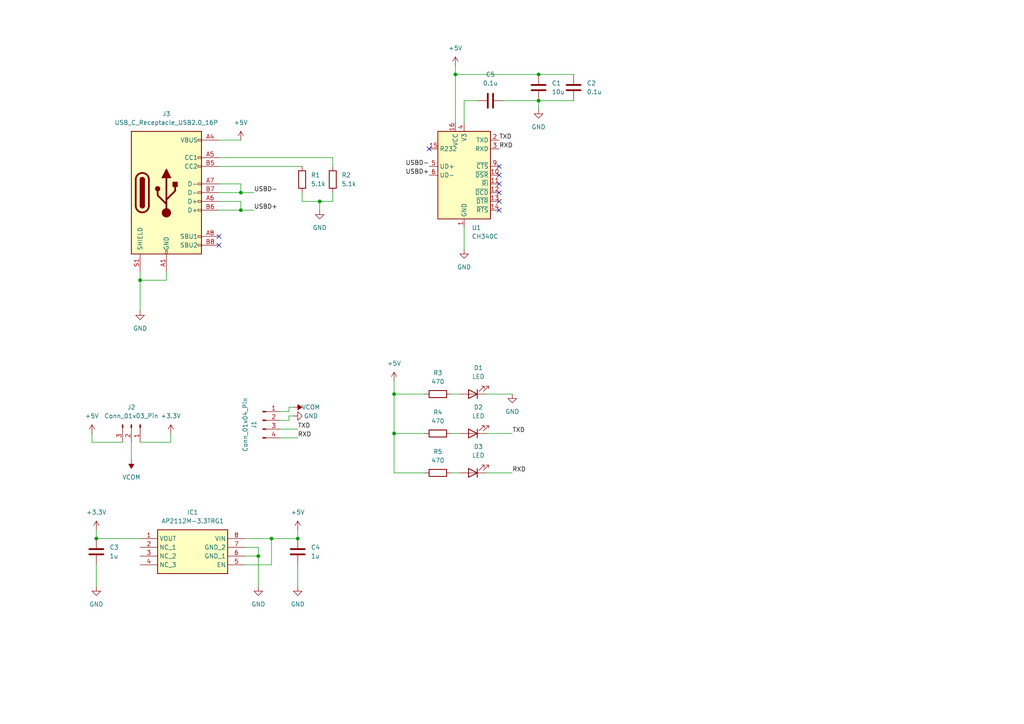
<source format=kicad_sch>
(kicad_sch (version 20231120) (generator "eeschema") (generator_version "8.0")
  (paper "A4")
  (lib_symbols
    (symbol "Connector:Conn_01x03_Pin" (pin_names (offset 1.016) hide)
      (property "Reference" "J" (at 0 5.08 0))
      (property "Value" "Conn_01x03_Pin" (at 0 -5.08 0))
      (symbol "Conn_01x03_Pin_1_1"
        (polyline (pts (xy 1.27 -2.54) (xy 0.8636 -2.54)) (stroke (width 0.1524)))
        (polyline (pts (xy 1.27 0) (xy 0.8636 0)) (stroke (width 0.1524)))
        (polyline (pts (xy 1.27 2.54) (xy 0.8636 2.54)) (stroke (width 0.1524)))
        (rectangle (start 0.8636 -2.413) (end 0 -2.667) (stroke (width 0.1524)) (fill (type outline)))
        (rectangle (start 0.8636 0.127) (end 0 -0.127) (stroke (width 0.1524)) (fill (type outline)))
        (rectangle (start 0.8636 2.667) (end 0 2.413) (stroke (width 0.1524)) (fill (type outline)))
        (pin passive line (at 5.08 2.54 180) (length 3.81) (name "Pin_1") (number "1"))
        (pin passive line (at 5.08 0 180) (length 3.81) (name "Pin_2") (number "2"))
        (pin passive line (at 5.08 -2.54 180) (length 3.81) (name "Pin_3") (number "3"))
      )
    )
    (symbol "Connector:Conn_01x04_Pin" (pin_names (offset 1.016) hide)
      (property "Reference" "J" (at 0 5.08 0))
      (property "Value" "Conn_01x04_Pin" (at 0 -7.62 0))
      (symbol "Conn_01x04_Pin_1_1"
        (polyline (pts (xy 1.27 -5.08) (xy 0.8636 -5.08)) (stroke (width 0.1524)))
        (polyline (pts (xy 1.27 -2.54) (xy 0.8636 -2.54)) (stroke (width 0.1524)))
        (polyline (pts (xy 1.27 0) (xy 0.8636 0)) (stroke (width 0.1524)))
        (polyline (pts (xy 1.27 2.54) (xy 0.8636 2.54)) (stroke (width 0.1524)))
        (rectangle (start 0.8636 -4.953) (end 0 -5.207) (stroke (width 0.1524)) (fill (type outline)))
        (rectangle (start 0.8636 -2.413) (end 0 -2.667) (stroke (width 0.1524)) (fill (type outline)))
        (rectangle (start 0.8636 0.127) (end 0 -0.127) (stroke (width 0.1524)) (fill (type outline)))
        (rectangle (start 0.8636 2.667) (end 0 2.413) (stroke (width 0.1524)) (fill (type outline)))
        (pin passive line (at 5.08 2.54 180) (length 3.81) (name "Pin_1") (number "1"))
        (pin passive line (at 5.08 0 180) (length 3.81) (name "Pin_2") (number "2"))
        (pin passive line (at 5.08 -2.54 180) (length 3.81) (name "Pin_3") (number "3"))
        (pin passive line (at 5.08 -5.08 180) (length 3.81) (name "Pin_4") (number "4"))
      )
    )
    (symbol "Connector:USB_C_Receptacle_USB2.0_16P" (pin_names (offset 1.016))
      (property "Reference" "J" (at 0 22.225 0))
      (property "Value" "USB_C_Receptacle_USB2.0_16P" (at 0 19.685 0))
      (symbol "USB_C_Receptacle_USB2.0_16P_0_0"
        (rectangle (start -0.254 -17.78) (end 0.254 -16.764))
        (rectangle (start 10.16 -14.986) (end 9.144 -15.494))
        (rectangle (start 10.16 -12.446) (end 9.144 -12.954))
        (rectangle (start 10.16 -4.826) (end 9.144 -5.334))
        (rectangle (start 10.16 -2.286) (end 9.144 -2.794))
        (rectangle (start 10.16 0.254) (end 9.144 -0.254))
        (rectangle (start 10.16 2.794) (end 9.144 2.286))
        (rectangle (start 10.16 7.874) (end 9.144 7.366))
        (rectangle (start 10.16 10.414) (end 9.144 9.906))
        (rectangle (start 10.16 15.494) (end 9.144 14.986))
      )
      (symbol "USB_C_Receptacle_USB2.0_16P_0_1"
        (rectangle (start -10.16 17.78) (end 10.16 -17.78) (stroke (width 0.254)) (fill (type background)))
        (arc (start -8.89 -3.81) (mid -6.985 -5.7067) (end -5.08 -3.81) (stroke (width 0.508)))
        (arc (start -7.62 -3.81) (mid -6.985 -4.4423) (end -6.35 -3.81) (stroke (width 0.254)))
        (arc (start -7.62 -3.81) (mid -6.985 -4.4423) (end -6.35 -3.81) (stroke (width 0.254)) (fill (type outline)))
        (rectangle (start -7.62 -3.81) (end -6.35 3.81) (stroke (width 0.254)) (fill (type outline)))
        (arc (start -6.35 3.81) (mid -6.985 4.4423) (end -7.62 3.81) (stroke (width 0.254)))
        (arc (start -6.35 3.81) (mid -6.985 4.4423) (end -7.62 3.81) (stroke (width 0.254)) (fill (type outline)))
        (arc (start -5.08 3.81) (mid -6.985 5.7067) (end -8.89 3.81) (stroke (width 0.508)))
        (circle (center -2.54 1.143) (radius 0.635) (stroke (width 0.254)) (fill (type outline)))
        (circle (center 0 -5.842) (radius 1.27) (fill (type outline)))
        (polyline (pts (xy -8.89 -3.81) (xy -8.89 3.81)) (stroke (width 0.508)))
        (polyline (pts (xy -5.08 3.81) (xy -5.08 -3.81)) (stroke (width 0.508)))
        (polyline (pts (xy 0 -5.842) (xy 0 4.318)) (stroke (width 0.508)))
        (polyline (pts (xy 0 -3.302) (xy -2.54 -0.762) (xy -2.54 0.508)) (stroke (width 0.508)))
        (polyline (pts (xy 0 -2.032) (xy 2.54 0.508) (xy 2.54 1.778)) (stroke (width 0.508)))
        (polyline (pts (xy -1.27 4.318) (xy 0 6.858) (xy 1.27 4.318) (xy -1.27 4.318)) (stroke (width 0.254)) (fill (type outline)))
        (rectangle (start 1.905 1.778) (end 3.175 3.048) (stroke (width 0.254)) (fill (type outline)))
      )
      (symbol "USB_C_Receptacle_USB2.0_16P_1_1"
        (pin passive line (at 0 -22.86 90) (length 5.08) (name "GND") (number "A1"))
        (pin passive line (at 0 -22.86 90) (length 5.08) hide (name "GND") (number "A12"))
        (pin passive line (at 15.24 15.24 180) (length 5.08) (name "VBUS") (number "A4"))
        (pin bidirectional line (at 15.24 10.16 180) (length 5.08) (name "CC1") (number "A5"))
        (pin bidirectional line (at 15.24 -2.54 180) (length 5.08) (name "D+") (number "A6"))
        (pin bidirectional line (at 15.24 2.54 180) (length 5.08) (name "D-") (number "A7"))
        (pin bidirectional line (at 15.24 -12.7 180) (length 5.08) (name "SBU1") (number "A8"))
        (pin passive line (at 15.24 15.24 180) (length 5.08) hide (name "VBUS") (number "A9"))
        (pin passive line (at 0 -22.86 90) (length 5.08) hide (name "GND") (number "B1"))
        (pin passive line (at 0 -22.86 90) (length 5.08) hide (name "GND") (number "B12"))
        (pin passive line (at 15.24 15.24 180) (length 5.08) hide (name "VBUS") (number "B4"))
        (pin bidirectional line (at 15.24 7.62 180) (length 5.08) (name "CC2") (number "B5"))
        (pin bidirectional line (at 15.24 -5.08 180) (length 5.08) (name "D+") (number "B6"))
        (pin bidirectional line (at 15.24 0 180) (length 5.08) (name "D-") (number "B7"))
        (pin bidirectional line (at 15.24 -15.24 180) (length 5.08) (name "SBU2") (number "B8"))
        (pin passive line (at 15.24 15.24 180) (length 5.08) hide (name "VBUS") (number "B9"))
        (pin passive line (at -7.62 -22.86 90) (length 5.08) (name "SHIELD") (number "S1"))
      )
    )
    (symbol "Device:C" (pin_numbers hide) (pin_names (offset 0.254))
      (property "Reference" "C" (at 0.635 2.54 0))
      (property "Value" "C" (at 0.635 -2.54 0))
      (symbol "C_0_1"
        (polyline (pts (xy -2.032 -0.762) (xy 2.032 -0.762)) (stroke (width 0.508)))
        (polyline (pts (xy -2.032 0.762) (xy 2.032 0.762)) (stroke (width 0.508)))
      )
      (symbol "C_1_1"
        (pin passive line (at 0 3.81 270) (length 2.794) (name "~") (number "1"))
        (pin passive line (at 0 -3.81 90) (length 2.794) (name "~") (number "2"))
      )
    )
    (symbol "Device:LED" (pin_numbers hide) (pin_names (offset 1.016) hide)
      (property "Reference" "D" (at 0 2.54 0))
      (property "Value" "LED" (at 0 -2.54 0))
      (symbol "LED_0_1"
        (polyline (pts (xy -1.27 -1.27) (xy -1.27 1.27)) (stroke (width 0.254)))
        (polyline (pts (xy -1.27 0) (xy 1.27 0)))
        (polyline (pts (xy 1.27 -1.27) (xy 1.27 1.27) (xy -1.27 0) (xy 1.27 -1.27)) (stroke (width 0.254)))
        (polyline (pts (xy -3.048 -0.762) (xy -4.572 -2.286) (xy -3.81 -2.286) (xy -4.572 -2.286) (xy -4.572 -1.524)))
        (polyline (pts (xy -1.778 -0.762) (xy -3.302 -2.286) (xy -2.54 -2.286) (xy -3.302 -2.286) (xy -3.302 -1.524)))
      )
      (symbol "LED_1_1"
        (pin passive line (at -3.81 0 0) (length 2.54) (name "K") (number "1"))
        (pin passive line (at 3.81 0 180) (length 2.54) (name "A") (number "2"))
      )
    )
    (symbol "Device:R" (pin_numbers hide) (pin_names (offset 0))
      (property "Reference" "R" (at 2.032 0 90))
      (property "Value" "R" (at 0 0 90))
      (symbol "R_0_1"
        (rectangle (start -1.016 -2.54) (end 1.016 2.54) (stroke (width 0.254)))
      )
      (symbol "R_1_1"
        (pin passive line (at 0 3.81 270) (length 1.27) (name "~") (number "1"))
        (pin passive line (at 0 -3.81 90) (length 1.27) (name "~") (number "2"))
      )
    )
    (symbol "Interface_USB:CH340C"
      (property "Reference" "U" (at -5.08 13.97 0))
      (property "Value" "CH340C" (at 1.27 13.97 0))
      (symbol "CH340C_0_1"
        (rectangle (start -7.62 12.7) (end 7.62 -12.7) (stroke (width 0.254)) (fill (type background)))
      )
      (symbol "CH340C_1_1"
        (pin power_in line (at 0 -15.24 90) (length 2.54) (name "GND") (number "1"))
        (pin input line (at 10.16 0 180) (length 2.54) (name "~{DSR}") (number "10"))
        (pin input line (at 10.16 -2.54 180) (length 2.54) (name "~{RI}") (number "11"))
        (pin input line (at 10.16 -5.08 180) (length 2.54) (name "~{DCD}") (number "12"))
        (pin output line (at 10.16 -7.62 180) (length 2.54) (name "~{DTR}") (number "13"))
        (pin output line (at 10.16 -10.16 180) (length 2.54) (name "~{RTS}") (number "14"))
        (pin input line (at -10.16 7.62 0) (length 2.54) (name "R232") (number "15"))
        (pin power_in line (at -2.54 15.24 270) (length 2.54) (name "VCC") (number "16"))
        (pin output line (at 10.16 10.16 180) (length 2.54) (name "TXD") (number "2"))
        (pin input line (at 10.16 7.62 180) (length 2.54) (name "RXD") (number "3"))
        (pin power_out line (at 0 15.24 270) (length 2.54) (name "V3") (number "4"))
        (pin bidirectional line (at -10.16 2.54 0) (length 2.54) (name "UD+") (number "5"))
        (pin bidirectional line (at -10.16 0 0) (length 2.54) (name "UD-") (number "6"))
        (pin no_connect line (at -7.62 -5.08 0) (length 2.54) hide (name "NC") (number "7"))
        (pin no_connect line (at -7.62 -7.62 0) (length 2.54) hide (name "NC") (number "8"))
        (pin input line (at 10.16 2.54 180) (length 2.54) (name "~{CTS}") (number "9"))
      )
    )
    (symbol "lib:AP2112M-3.3TRG1"
      (property "Reference" "IC" (at 26.67 7.62 0))
      (property "Value" "AP2112M-3.3TRG1" (at 26.67 5.08 0))
      (symbol "AP2112M-3.3TRG1_1_1"
        (rectangle (start 5.08 2.54) (end 25.4 -10.16) (stroke (width 0.254)) (fill (type background)))
        (pin passive line (at 0 0 0) (length 5.08) (name "VOUT") (number "1"))
        (pin passive line (at 0 -2.54 0) (length 5.08) (name "NC_1") (number "2"))
        (pin passive line (at 0 -5.08 0) (length 5.08) (name "NC_2") (number "3"))
        (pin passive line (at 0 -7.62 0) (length 5.08) (name "NC_3") (number "4"))
        (pin passive line (at 30.48 -7.62 180) (length 5.08) (name "EN") (number "5"))
        (pin passive line (at 30.48 -5.08 180) (length 5.08) (name "GND_1") (number "6"))
        (pin passive line (at 30.48 -2.54 180) (length 5.08) (name "GND_2") (number "7"))
        (pin passive line (at 30.48 0 180) (length 5.08) (name "VIN") (number "8"))
      )
    )
    (symbol "power:+3.3V" (power) (pin_numbers hide) (pin_names (offset 0) hide)
      (property "Value" "+3.3V" (at 0 3.556 0))
      (symbol "+3.3V_0_1"
        (polyline (pts (xy -0.762 1.27) (xy 0 2.54)))
        (polyline (pts (xy 0 0) (xy 0 2.54)))
        (polyline (pts (xy 0 2.54) (xy 0.762 1.27)))
      )
      (symbol "+3.3V_1_1"
        (pin power_in line (at 0 0 90) (length 0) (name "~") (number "1"))
      )
    )
    (symbol "power:+5V" (power) (pin_numbers hide) (pin_names (offset 0) hide)
      (property "Value" "+5V" (at 0 3.556 0))
      (symbol "+5V_0_1"
        (polyline (pts (xy -0.762 1.27) (xy 0 2.54)))
        (polyline (pts (xy 0 0) (xy 0 2.54)))
        (polyline (pts (xy 0 2.54) (xy 0.762 1.27)))
      )
      (symbol "+5V_1_1"
        (pin power_in line (at 0 0 90) (length 0) (name "~") (number "1"))
      )
    )
    (symbol "power:GND" (power) (pin_numbers hide) (pin_names (offset 0) hide)
      (property "Value" "GND" (at 0 -3.81 0))
      (symbol "GND_0_1"
        (polyline (pts (xy 0 0) (xy 0 -1.27) (xy 1.27 -1.27) (xy 0 -2.54) (xy -1.27 -1.27) (xy 0 -1.27)))
      )
      (symbol "GND_1_1"
        (pin power_in line (at 0 0 270) (length 0) (name "~") (number "1"))
      )
    )
    (symbol "power:VCOM" (power) (pin_numbers hide) (pin_names (offset 0) hide)
      (property "Value" "VCOM" (at 0 3.556 0))
      (symbol "VCOM_0_1"
        (polyline (pts (xy 0 0) (xy 0 2.54)))
        (polyline (pts (xy 0.762 1.27) (xy -0.762 1.27) (xy 0 2.54) (xy 0.762 1.27)) (fill (type outline)))
      )
      (symbol "VCOM_1_1"
        (pin power_in line (at 0 0 90) (length 0) (name "~") (number "1"))
      )
    )
  )
  (junction (at 27.94 156.21))
  (junction (at 69.85 55.88))
  (junction (at 156.21 29.21))
  (junction (at 78.74 156.21))
  (junction (at 40.64 81.28))
  (junction (at 74.93 161.29))
  (junction (at 69.85 60.96))
  (junction (at 156.21 21.59))
  (junction (at 86.36 156.21))
  (junction (at 114.3 125.73))
  (junction (at 92.71 58.42))
  (junction (at 114.3 114.3))
  (junction (at 132.08 21.59))
  (no_connect (at 144.78 50.8))
  (no_connect (at 144.78 60.96))
  (no_connect (at 63.5 71.12))
  (no_connect (at 144.78 53.34))
  (no_connect (at 144.78 48.26))
  (no_connect (at 63.5 68.58))
  (no_connect (at 144.78 58.42))
  (no_connect (at 124.46 43.18))
  (no_connect (at 144.78 55.88))
  (wire (pts (xy 26.67 128.27) (xy 35.56 128.27)))
  (wire (pts (xy 63.5 40.64) (xy 69.85 40.64)))
  (wire (pts (xy 134.62 66.04) (xy 134.62 72.39)))
  (wire (pts (xy 85.09 120.65) (xy 83.82 120.65)))
  (wire (pts (xy 71.12 156.21) (xy 78.74 156.21)))
  (wire (pts (xy 134.62 35.56) (xy 134.62 29.21)))
  (wire (pts (xy 156.21 21.59) (xy 166.37 21.59)))
  (wire (pts (xy 146.05 29.21) (xy 156.21 29.21)))
  (wire (pts (xy 114.3 137.16) (xy 123.19 137.16)))
  (wire (pts (xy 27.94 156.21) (xy 40.64 156.21)))
  (wire (pts (xy 69.85 60.96) (xy 73.66 60.96)))
  (wire (pts (xy 63.5 48.26) (xy 87.63 48.26)))
  (wire (pts (xy 69.85 53.34) (xy 69.85 55.88)))
  (wire (pts (xy 63.5 58.42) (xy 69.85 58.42)))
  (wire (pts (xy 63.5 60.96) (xy 69.85 60.96)))
  (wire (pts (xy 85.09 118.11) (xy 83.82 118.11)))
  (wire (pts (xy 40.64 78.74) (xy 40.64 81.28)))
  (wire (pts (xy 140.97 137.16) (xy 148.59 137.16)))
  (wire (pts (xy 27.94 153.67) (xy 27.94 156.21)))
  (wire (pts (xy 83.82 118.11) (xy 83.82 119.38)))
  (wire (pts (xy 130.81 114.3) (xy 133.35 114.3)))
  (wire (pts (xy 114.3 125.73) (xy 114.3 137.16)))
  (wire (pts (xy 87.63 55.88) (xy 87.63 58.42)))
  (wire (pts (xy 87.63 58.42) (xy 92.71 58.42)))
  (wire (pts (xy 86.36 127) (xy 81.28 127)))
  (wire (pts (xy 40.64 128.27) (xy 49.53 128.27)))
  (wire (pts (xy 48.26 78.74) (xy 48.26 81.28)))
  (wire (pts (xy 63.5 55.88) (xy 69.85 55.88)))
  (wire (pts (xy 78.74 163.83) (xy 78.74 156.21)))
  (wire (pts (xy 114.3 114.3) (xy 114.3 125.73)))
  (wire (pts (xy 132.08 21.59) (xy 156.21 21.59)))
  (wire (pts (xy 74.93 161.29) (xy 71.12 161.29)))
  (wire (pts (xy 86.36 163.83) (xy 86.36 170.18)))
  (wire (pts (xy 40.64 81.28) (xy 40.64 90.17)))
  (wire (pts (xy 96.52 45.72) (xy 96.52 48.26)))
  (wire (pts (xy 83.82 119.38) (xy 81.28 119.38)))
  (wire (pts (xy 140.97 114.3) (xy 148.59 114.3)))
  (wire (pts (xy 86.36 124.46) (xy 81.28 124.46)))
  (wire (pts (xy 69.85 58.42) (xy 69.85 60.96)))
  (wire (pts (xy 38.1 128.27) (xy 38.1 133.35)))
  (wire (pts (xy 156.21 29.21) (xy 156.21 31.75)))
  (wire (pts (xy 130.81 137.16) (xy 133.35 137.16)))
  (wire (pts (xy 130.81 125.73) (xy 133.35 125.73)))
  (wire (pts (xy 140.97 125.73) (xy 148.59 125.73)))
  (wire (pts (xy 71.12 163.83) (xy 78.74 163.83)))
  (wire (pts (xy 92.71 58.42) (xy 96.52 58.42)))
  (wire (pts (xy 83.82 121.92) (xy 81.28 121.92)))
  (wire (pts (xy 40.64 81.28) (xy 48.26 81.28)))
  (wire (pts (xy 114.3 114.3) (xy 123.19 114.3)))
  (wire (pts (xy 86.36 153.67) (xy 86.36 156.21)))
  (wire (pts (xy 49.53 125.73) (xy 49.53 128.27)))
  (wire (pts (xy 63.5 53.34) (xy 69.85 53.34)))
  (wire (pts (xy 132.08 35.56) (xy 132.08 21.59)))
  (wire (pts (xy 114.3 110.49) (xy 114.3 114.3)))
  (wire (pts (xy 134.62 29.21) (xy 138.43 29.21)))
  (wire (pts (xy 26.67 125.73) (xy 26.67 128.27)))
  (wire (pts (xy 132.08 19.05) (xy 132.08 21.59)))
  (wire (pts (xy 63.5 45.72) (xy 96.52 45.72)))
  (wire (pts (xy 74.93 158.75) (xy 74.93 161.29)))
  (wire (pts (xy 74.93 161.29) (xy 74.93 170.18)))
  (wire (pts (xy 78.74 156.21) (xy 86.36 156.21)))
  (wire (pts (xy 156.21 29.21) (xy 166.37 29.21)))
  (wire (pts (xy 69.85 55.88) (xy 73.66 55.88)))
  (wire (pts (xy 27.94 163.83) (xy 27.94 170.18)))
  (wire (pts (xy 96.52 58.42) (xy 96.52 55.88)))
  (wire (pts (xy 83.82 120.65) (xy 83.82 121.92)))
  (wire (pts (xy 114.3 125.73) (xy 123.19 125.73)))
  (wire (pts (xy 71.12 158.75) (xy 74.93 158.75)))
  (wire (pts (xy 92.71 58.42) (xy 92.71 60.96)))
  (label "USBD-" (at 124.46 48.26 180))
  (label "TXD" (at 144.78 40.64 0))
  (label "TXD" (at 148.59 125.73 0))
  (label "RXD" (at 86.36 127 0))
  (label "TXD" (at 86.36 124.46 0))
  (label "USBD-" (at 73.66 55.88 0))
  (label "USBD+" (at 73.66 60.96 0))
  (label "USBD+" (at 124.46 50.8 180))
  (label "RXD" (at 148.59 137.16 0))
  (label "RXD" (at 144.78 43.18 0))
  (symbol (lib_id "Device:C") (at 142.24 29.21 90) (unit 1)
    (property "Reference" "C5" (at 142.24 21.59 90))
    (property "Value" "0.1u" (at 142.24 24.13 90))
    (property "Footprint" "Capacitor_SMD:C_0805_2012Metric_Pad1.18x1.45mm_HandSolder" (effects (hide yes)))
    (property "Description" "Unpolarized capacitor" (effects (hide yes)))
  )
  (symbol (lib_id "power:GND") (at 92.71 60.96 0) (unit 1)
    (property "Reference" "#PWR016" (effects (hide yes)))
    (property "Value" "GND" (at 92.71 66.04 0))
    (property "Description" "Power symbol creates a global label with name \"GND\" , ground" (effects (hide yes)))
  )
  (symbol (lib_id "Device:LED") (at 137.16 125.73 180) (unit 1)
    (property "Reference" "D2" (at 138.7475 118.11 0))
    (property "Value" "LED" (at 138.7475 120.65 0))
    (property "Footprint" "LED_SMD:LED_0805_2012Metric_Pad1.15x1.40mm_HandSolder" (effects (hide yes)))
    (property "Description" "Light emitting diode" (effects (hide yes)))
  )
  (symbol (lib_id "power:GND") (at 40.64 90.17 0) (unit 1)
    (property "Reference" "#PWR01" (effects (hide yes)))
    (property "Value" "GND" (at 40.64 95.25 0))
    (property "Description" "Power symbol creates a global label with name \"GND\" , ground" (effects (hide yes)))
  )
  (symbol (lib_id "power:GND") (at 85.09 120.65 90) (unit 1)
    (property "Reference" "#PWR015" (effects (hide yes)))
    (property "Value" "GND" (at 90.17 120.65 90))
    (property "Description" "Power symbol creates a global label with name \"GND\" , ground" (effects (hide yes)))
  )
  (symbol (lib_id "power:+5V") (at 26.67 125.73 0) (unit 1)
    (property "Reference" "#PWR06" (effects (hide yes)))
    (property "Value" "+5V" (at 26.67 120.65 0))
    (property "Description" "Power symbol creates a global label with name \"+5V\"" (effects (hide yes)))
  )
  (symbol (lib_id "power:+3.3V") (at 27.94 153.67 0) (unit 1)
    (property "Reference" "#PWR010" (effects (hide yes)))
    (property "Value" "+3.3V" (at 27.94 148.59 0))
    (property "Description" "Power symbol creates a global label with name \"+3.3V\"" (effects (hide yes)))
  )
  (symbol (lib_id "Device:C") (at 86.36 160.02 0) (unit 1)
    (property "Reference" "C4" (at 90.17 158.7499 0) (effects (justify left)))
    (property "Value" "1u" (at 90.17 161.2899 0) (effects (justify left)))
    (property "Footprint" "Capacitor_SMD:C_0805_2012Metric_Pad1.18x1.45mm_HandSolder" (effects (hide yes)))
    (property "Description" "Unpolarized capacitor" (effects (hide yes)))
  )
  (symbol (lib_id "power:GND") (at 148.59 114.3 0) (unit 1)
    (property "Reference" "#PWR018" (effects (hide yes)))
    (property "Value" "GND" (at 148.59 119.38 0))
    (property "Description" "Power symbol creates a global label with name \"GND\" , ground" (effects (hide yes)))
  )
  (symbol (lib_id "Device:LED") (at 137.16 114.3 180) (unit 1)
    (property "Reference" "D1" (at 138.7475 106.68 0))
    (property "Value" "LED" (at 138.7475 109.22 0))
    (property "Footprint" "LED_SMD:LED_0805_2012Metric_Pad1.15x1.40mm_HandSolder" (effects (hide yes)))
    (property "Description" "Light emitting diode" (effects (hide yes)))
  )
  (symbol (lib_id "power:GND") (at 156.21 31.75 0) (unit 1)
    (property "Reference" "#PWR03" (effects (hide yes)))
    (property "Value" "GND" (at 156.21 36.83 0))
    (property "Description" "Power symbol creates a global label with name \"GND\" , ground" (effects (hide yes)))
  )
  (symbol (lib_id "power:VCOM") (at 38.1 133.35 180) (unit 1)
    (property "Reference" "#PWR013" (effects (hide yes)))
    (property "Value" "VCOM" (at 38.1 138.43 0))
    (property "Description" "Power symbol creates a global label with name \"VCOM\"" (effects (hide yes)))
  )
  (symbol (lib_id "Device:R") (at 96.52 52.07 0) (unit 1)
    (property "Reference" "R2" (at 99.06 50.7999 0) (effects (justify left)))
    (property "Value" "5.1k" (at 99.06 53.3399 0) (effects (justify left)))
    (property "Footprint" "Resistor_SMD:R_0805_2012Metric_Pad1.20x1.40mm_HandSolder" (effects (hide yes)))
    (property "Description" "Resistor" (effects (hide yes)))
  )
  (symbol (lib_id "Device:LED") (at 137.16 137.16 180) (unit 1)
    (property "Reference" "D3" (at 138.7475 129.54 0))
    (property "Value" "LED" (at 138.7475 132.08 0))
    (property "Footprint" "LED_SMD:LED_0805_2012Metric_Pad1.15x1.40mm_HandSolder" (effects (hide yes)))
    (property "Description" "Light emitting diode" (effects (hide yes)))
  )
  (symbol (lib_id "power:+3.3V") (at 49.53 125.73 0) (unit 1)
    (property "Reference" "#PWR07" (effects (hide yes)))
    (property "Value" "+3.3V" (at 49.53 120.65 0))
    (property "Description" "Power symbol creates a global label with name \"+3.3V\"" (effects (hide yes)))
  )
  (symbol (lib_id "power:VCOM") (at 85.09 118.11 270) (unit 1)
    (property "Reference" "#PWR014" (effects (hide yes)))
    (property "Value" "VCOM" (at 90.17 118.11 90))
    (property "Description" "Power symbol creates a global label with name \"VCOM\"" (effects (hide yes)))
  )
  (symbol (lib_id "Device:R") (at 127 137.16 270) (unit 1)
    (property "Reference" "R5" (at 127 131.0158 90))
    (property "Value" "470" (at 127 133.5558 90))
    (property "Footprint" "Resistor_SMD:R_0805_2012Metric_Pad1.20x1.40mm_HandSolder" (effects (hide yes)))
    (property "Description" "Resistor" (effects (hide yes)))
  )
  (symbol (lib_id "power:GND") (at 134.62 72.39 0) (unit 1)
    (property "Reference" "#PWR02" (effects (hide yes)))
    (property "Value" "GND" (at 134.62 77.47 0))
    (property "Description" "Power symbol creates a global label with name \"GND\" , ground" (effects (hide yes)))
  )
  (symbol (lib_id "power:+5V") (at 132.08 19.05 0) (unit 1)
    (property "Reference" "#PWR04" (effects (hide yes)))
    (property "Value" "+5V" (at 132.08 13.97 0))
    (property "Description" "Power symbol creates a global label with name \"+5V\"" (effects (hide yes)))
  )
  (symbol (lib_id "Device:C") (at 166.37 25.4 0) (unit 1)
    (property "Reference" "C2" (at 170.18 24.1299 0) (effects (justify left)))
    (property "Value" "0.1u" (at 170.18 26.6699 0) (effects (justify left)))
    (property "Footprint" "Capacitor_SMD:C_0805_2012Metric_Pad1.18x1.45mm_HandSolder" (effects (hide yes)))
    (property "Description" "Unpolarized capacitor" (effects (hide yes)))
  )
  (symbol (lib_id "Device:R") (at 127 125.73 270) (unit 1)
    (property "Reference" "R4" (at 127 119.5858 90))
    (property "Value" "470" (at 127 122.1258 90))
    (property "Footprint" "Resistor_SMD:R_0805_2012Metric_Pad1.20x1.40mm_HandSolder" (effects (hide yes)))
    (property "Description" "Resistor" (effects (hide yes)))
  )
  (symbol (lib_id "power:GND") (at 74.93 170.18 0) (unit 1)
    (property "Reference" "#PWR012" (effects (hide yes)))
    (property "Value" "GND" (at 74.93 175.26 0))
    (property "Description" "Power symbol creates a global label with name \"GND\" , ground" (effects (hide yes)))
  )
  (symbol (lib_id "power:+5V") (at 69.85 40.64 0) (unit 1)
    (property "Reference" "#PWR05" (effects (hide yes)))
    (property "Value" "+5V" (at 69.85 35.56 0))
    (property "Description" "Power symbol creates a global label with name \"+5V\"" (effects (hide yes)))
  )
  (symbol (lib_id "Device:C") (at 156.21 25.4 0) (unit 1)
    (property "Reference" "C1" (at 160.02 24.1299 0) (effects (justify left)))
    (property "Value" "10u" (at 160.02 26.6699 0) (effects (justify left)))
    (property "Footprint" "Capacitor_SMD:C_0805_2012Metric_Pad1.18x1.45mm_HandSolder" (effects (hide yes)))
    (property "Description" "Unpolarized capacitor" (effects (hide yes)))
  )
  (symbol (lib_id "Connector:USB_C_Receptacle_USB2.0_16P") (at 48.26 55.88 0) (unit 1)
    (property "Reference" "J3" (at 48.26 33.02 0))
    (property "Value" "USB_C_Receptacle_USB2.0_16P" (at 48.26 35.56 0))
    (property "Footprint" "Connector_USB:USB_C_Receptacle_HRO_TYPE-C-31-M-12" (effects (hide yes)))
    (property "Datasheet" "https://www.usb.org/sites/default/files/documents/usb_type-c.zip" (effects (hide yes)))
    (property "Description" "USB 2.0-only 16P Type-C Receptacle connector" (effects (hide yes)))
  )
  (symbol (lib_id "lib:AP2112M-3.3TRG1") (at 40.64 156.21 0) (unit 1)
    (property "Reference" "IC1" (at 55.88 148.59 0))
    (property "Value" "AP2112M-3.3TRG1" (at 55.88 151.13 0))
    (property "Footprint" "SOIC127P600X170-8N" (effects (hide yes)))
    (property "Datasheet" "https://www.diodes.com/assets/Datasheets/AP2112.pdf" (effects (hide yes)))
    (property "Description" "Linear Voltage Regulator IC Positive Fixed 1 Output 600mA 8-SOIC" (effects (hide yes)))
    (property "Height" "1.7" (effects (hide yes)))
    (property "Mouser Part Number" "621-AP2112M-3.3TRG1" (effects (hide yes)))
    (property "Mouser Price/Stock" "https://www.mouser.co.uk/ProductDetail/Diodes-Incorporated/AP2112M-3.3TRG1?qs=5V6w%252Be2aIqa1YM8VADFBsQ%3D%3D" (effects (hide yes)))
    (property "Manufacturer_Name" "Diodes Incorporated" (effects (hide yes)))
    (property "Manufacturer_Part_Number" "AP2112M-3.3TRG1" (effects (hide yes)))
  )
  (symbol (lib_id "Device:R") (at 87.63 52.07 180) (unit 1)
    (property "Reference" "R1" (at 90.17 50.7999 0) (effects (justify right)))
    (property "Value" "5.1k" (at 90.17 53.3399 0) (effects (justify right)))
    (property "Footprint" "Resistor_SMD:R_0805_2012Metric_Pad1.20x1.40mm_HandSolder" (effects (hide yes)))
    (property "Description" "Resistor" (effects (hide yes)))
  )
  (symbol (lib_id "power:+5V") (at 86.36 153.67 0) (unit 1)
    (property "Reference" "#PWR011" (effects (hide yes)))
    (property "Value" "+5V" (at 86.36 148.59 0))
    (property "Description" "Power symbol creates a global label with name \"+5V\"" (effects (hide yes)))
  )
  (symbol (lib_id "power:+5V") (at 114.3 110.49 0) (unit 1)
    (property "Reference" "#PWR017" (effects (hide yes)))
    (property "Value" "+5V" (at 114.3 105.41 0))
    (property "Description" "Power symbol creates a global label with name \"+5V\"" (effects (hide yes)))
  )
  (symbol (lib_id "Interface_USB:CH340C") (at 134.62 50.8 0) (unit 1)
    (property "Reference" "U1" (at 136.8141 66.04 0) (effects (justify left)))
    (property "Value" "CH340C" (at 136.8141 68.58 0) (effects (justify left)))
    (property "Footprint" "Package_SO:SOIC-16_3.9x9.9mm_P1.27mm" (effects (hide yes)))
    (property "Datasheet" "https://datasheet.lcsc.com/szlcsc/Jiangsu-Qin-Heng-CH340C_C84681.pdf" (effects (hide yes)))
    (property "Description" "USB serial converter, crystal-less, UART, SOIC-16" (effects (hide yes)))
  )
  (symbol (lib_id "power:GND") (at 27.94 170.18 0) (unit 1)
    (property "Reference" "#PWR08" (effects (hide yes)))
    (property "Value" "GND" (at 27.94 175.26 0))
    (property "Description" "Power symbol creates a global label with name \"GND\" , ground" (effects (hide yes)))
  )
  (symbol (lib_id "Device:C") (at 27.94 160.02 0) (unit 1)
    (property "Reference" "C3" (at 31.75 158.7499 0) (effects (justify left)))
    (property "Value" "1u" (at 31.75 161.2899 0) (effects (justify left)))
    (property "Footprint" "Capacitor_SMD:C_0805_2012Metric_Pad1.18x1.45mm_HandSolder" (effects (hide yes)))
    (property "Description" "Unpolarized capacitor" (effects (hide yes)))
  )
  (symbol (lib_id "Device:R") (at 127 114.3 270) (unit 1)
    (property "Reference" "R3" (at 127 108.1558 90))
    (property "Value" "470" (at 127 110.6958 90))
    (property "Footprint" "Resistor_SMD:R_0805_2012Metric_Pad1.20x1.40mm_HandSolder" (effects (hide yes)))
    (property "Description" "Resistor" (effects (hide yes)))
  )
  (symbol (lib_id "Connector:Conn_01x03_Pin") (at 38.1 123.19 270) (unit 1)
    (property "Reference" "J2" (at 38.1 118.11 90))
    (property "Value" "Conn_01x03_Pin" (at 38.1 120.65 90))
    (property "Footprint" "Connector_PinHeader_2.54mm:PinHeader_1x03_P2.54mm_Vertical" (effects (hide yes)))
    (property "Description" "Generic connector, single row, 01x03, script generated" (effects (hide yes)))
  )
  (symbol (lib_id "power:GND") (at 86.36 170.18 0) (unit 1)
    (property "Reference" "#PWR09" (effects (hide yes)))
    (property "Value" "GND" (at 86.36 175.26 0))
    (property "Description" "Power symbol creates a global label with name \"GND\" , ground" (effects (hide yes)))
  )
  (symbol (lib_id "Connector:Conn_01x04_Pin") (at 76.2 121.92 0) (unit 1)
    (property "Reference" "J1" (at 73.66 123.19 90))
    (property "Value" "Conn_01x04_Pin" (at 71.12 123.19 90))
    (property "Footprint" "Connector_PinHeader_2.54mm:PinHeader_1x04_P2.54mm_Vertical" (effects (hide yes)))
    (property "Description" "Generic connector, single row, 01x04, script generated" (effects (hide yes)))
  )
)
</source>
